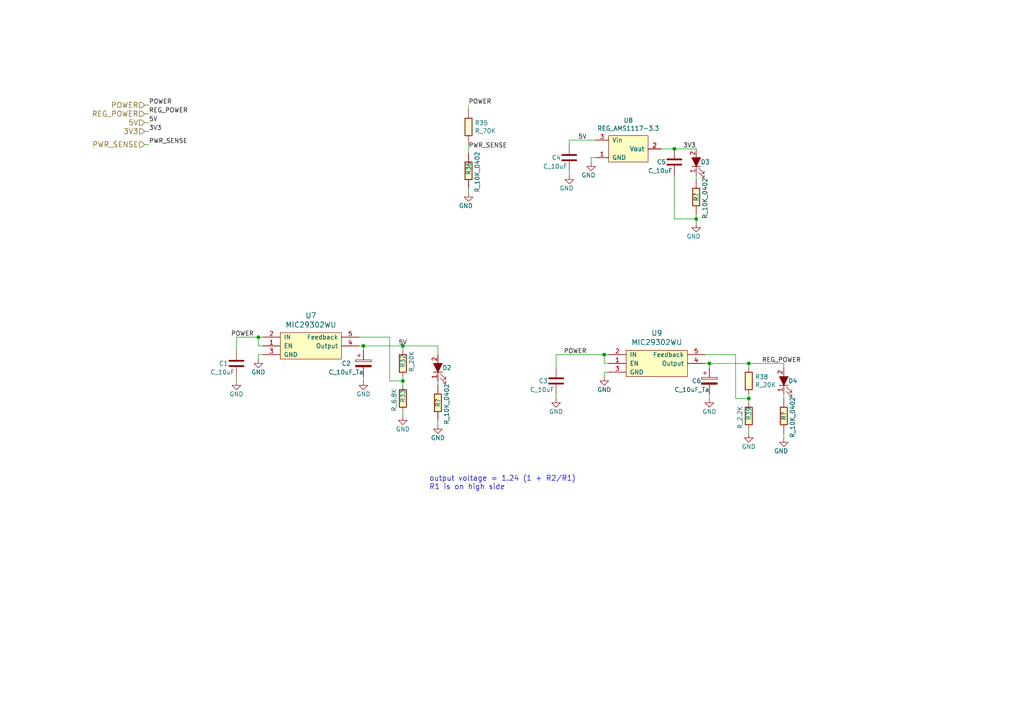
<source format=kicad_sch>
(kicad_sch (version 20211123) (generator eeschema)
  (paper "A4")
  (lib_symbols
    (symbol "Open_Automation:C_10uF" (pin_numbers hide) (pin_names (offset 0.254))
      (property "Reference" "C" (at 0.635 2.54 0))
      (property "Value" "Open_Automation_C_10uF" (at 1.27 -2.54 0))
      (symbol "C_10uF_0_1"
        (polyline (pts (xy -2.032 -0.762) (xy 2.032 -0.762)) (stroke (width 0.508)))
        (polyline (pts (xy -2.032 0.762) (xy 2.032 0.762)) (stroke (width 0.508)))
      )
      (symbol "C_10uF_1_1"
        (pin passive line (at 0 3.81 270) (length 2.794) (name "~") (number "1"))
        (pin passive line (at 0 -3.81 90) (length 2.794) (name "~") (number "2"))
      )
    )
    (symbol "Open_Automation:C_10uF_Ta" (pin_numbers hide) (pin_names (offset 0.254))
      (property "Reference" "C" (at 0.635 2.54 0))
      (property "Value" "Open_Automation_C_10uF_Ta" (at 0.635 -2.54 0))
      (symbol "C_10uF_Ta_0_1"
        (rectangle (start -2.286 0.508) (end 2.286 1.016))
        (polyline (pts (xy -1.778 2.286) (xy -0.762 2.286)))
        (polyline (pts (xy -1.27 2.794) (xy -1.27 1.778)))
        (rectangle (start 2.286 -0.508) (end -2.286 -1.016) (fill (type outline)))
      )
      (symbol "C_10uF_Ta_1_1"
        (pin passive line (at 0 3.81 270) (length 2.794) (name "~") (number "1"))
        (pin passive line (at 0 -3.81 90) (length 2.794) (name "~") (number "2"))
      )
    )
    (symbol "Open_Automation:LED_G" (pin_names (offset 1.016) hide)
      (property "Reference" "D" (at 0 2.54 0))
      (property "Value" "Open_Automation_LED_G" (at 0 -2.54 0))
      (symbol "LED_G_0_1"
        (polyline (pts (xy -1.27 -1.27) (xy -1.27 1.27)) (stroke (width 0.2032)))
        (polyline (pts (xy 1.27 -1.27) (xy 1.27 1.27) (xy -1.27 0) (xy 1.27 -1.27)) (stroke (width 0.2032)) (fill (type outline)))
        (polyline (pts (xy -3.048 -0.762) (xy -4.572 -2.286) (xy -3.81 -2.286) (xy -4.572 -2.286) (xy -4.572 -1.524)))
        (polyline (pts (xy -1.778 -0.762) (xy -3.302 -2.286) (xy -2.54 -2.286) (xy -3.302 -2.286) (xy -3.302 -1.524)))
      )
      (symbol "LED_G_1_1"
        (pin passive line (at -3.81 0 0) (length 2.54) (name "K") (number "1"))
        (pin passive line (at 3.81 0 180) (length 2.54) (name "A") (number "2"))
      )
    )
    (symbol "Open_Automation:MIC29302WU" (pin_names (offset 1.016))
      (property "Reference" "U" (at 7.62 -5.08 0))
      (property "Value" "Open_Automation_MIC29302WU" (at 1.27 5.08 0))
      (symbol "MIC29302WU_0_1"
        (rectangle (start 10.16 3.81) (end -7.62 -3.81) (fill (type background)))
      )
      (symbol "MIC29302WU_1_1"
        (pin input line (at -12.7 0 0) (length 5.08) (name "EN") (number "1"))
        (pin input line (at -12.7 2.54 0) (length 5.08) (name "IN") (number "2"))
        (pin input line (at -12.7 -2.54 0) (length 5.08) (name "GND") (number "3"))
        (pin input line (at 15.24 0 180) (length 5.08) (name "Output") (number "4"))
        (pin input line (at 15.24 2.54 180) (length 5.08) (name "Feedback") (number "5"))
      )
    )
    (symbol "Open_Automation:REG_AMS1117-3.3" (pin_names (offset 1.016))
      (property "Reference" "U1" (at 3.175 -5.08 0))
      (property "Value" "Open_Automation_REG_AMS1117-3.3" (at 0 6.35 0))
      (symbol "REG_AMS1117-3.3_0_1"
        (rectangle (start -6.35 3.81) (end 5.08 -3.81) (fill (type background)))
      )
      (symbol "REG_AMS1117-3.3_1_1"
        (pin open_collector line (at -10.16 -2.54 0) (length 3.81) (name "GND") (number "1"))
        (pin input line (at 8.89 0 180) (length 3.81) (name "Vout") (number "2"))
        (pin input line (at 8.89 0 180) (length 3.81) (name "Vout") (number "2"))
        (pin power_in line (at -10.16 2.54 0) (length 3.81) (name "Vin") (number "3"))
      )
    )
    (symbol "Open_Automation:R_10K_0402" (pin_numbers hide) (pin_names (offset 0))
      (property "Reference" "R" (at 0 0 90))
      (property "Value" "Open_Automation_R_10K_0402" (at -1.905 0 90))
      (symbol "R_10K_0402_0_1"
        (rectangle (start -1.016 -2.54) (end 1.016 2.54) (stroke (width 0.254)) (fill (type background)))
      )
      (symbol "R_10K_0402_1_1"
        (pin passive line (at 0 -5.08 90) (length 2.54) (name "~") (number "1"))
        (pin passive line (at 0 5.08 270) (length 2.54) (name "~") (number "2"))
      )
    )
    (symbol "Open_Automation:R_2.2K" (pin_numbers hide) (pin_names (offset 0))
      (property "Reference" "R" (at 0 0 90))
      (property "Value" "Open_Automation_R_2.2K" (at -1.905 0 90))
      (symbol "R_2.2K_0_1"
        (rectangle (start -1.016 -2.54) (end 1.016 2.54) (stroke (width 0.254)) (fill (type background)))
      )
      (symbol "R_2.2K_1_1"
        (pin passive line (at 0 3.81 270) (length 1.27) (name "~") (number "1"))
        (pin passive line (at 0 -3.81 90) (length 1.27) (name "~") (number "2"))
      )
    )
    (symbol "Open_Automation:R_20K" (pin_numbers hide) (pin_names (offset 0))
      (property "Reference" "R" (at 0 0 90))
      (property "Value" "Open_Automation_R_20K" (at -1.905 0 90))
      (symbol "R_20K_0_1"
        (rectangle (start -1.016 -2.54) (end 1.016 2.54) (stroke (width 0.254)) (fill (type background)))
      )
      (symbol "R_20K_1_1"
        (pin passive line (at 0 3.81 270) (length 1.27) (name "~") (number "1"))
        (pin passive line (at 0 -3.81 90) (length 1.27) (name "~") (number "2"))
      )
    )
    (symbol "Open_Automation:R_6.8K" (pin_numbers hide) (pin_names (offset 0))
      (property "Reference" "R" (at 0 0 90))
      (property "Value" "Open_Automation_R_6.8K" (at -1.905 0 90))
      (symbol "R_6.8K_0_1"
        (rectangle (start -1.016 -2.54) (end 1.016 2.54) (stroke (width 0.254)) (fill (type background)))
      )
      (symbol "R_6.8K_1_1"
        (pin passive line (at 0 3.81 270) (length 1.27) (name "~") (number "1"))
        (pin passive line (at 0 -3.81 90) (length 1.27) (name "~") (number "2"))
      )
    )
    (symbol "Open_Automation:R_70K" (pin_numbers hide) (pin_names (offset 0))
      (property "Reference" "R" (at 0 0 90))
      (property "Value" "Open_Automation_R_70K" (at -1.905 0 90))
      (symbol "R_70K_0_1"
        (rectangle (start -1.016 -2.54) (end 1.016 2.54) (stroke (width 0.254)) (fill (type background)))
      )
      (symbol "R_70K_1_1"
        (pin passive line (at 0 -5.08 90) (length 2.54) (name "~") (number "1"))
        (pin passive line (at 0 5.08 270) (length 2.54) (name "~") (number "2"))
      )
    )
    (symbol "power:GND" (power) (pin_names (offset 0))
      (property "Value" "power_GND" (at 0 -3.81 0))
      (symbol "GND_0_1"
        (polyline (pts (xy 0 0) (xy 0 -1.27) (xy 1.27 -1.27) (xy 0 -2.54) (xy -1.27 -1.27) (xy 0 -1.27)))
      )
      (symbol "GND_1_1"
        (pin power_in line (at 0 0 270) (length 0) hide (name "GND") (number "1"))
      )
    )
  )
  (junction (at 175.26 102.87))
  (junction (at 105.41 100.33))
  (junction (at 116.84 100.33))
  (junction (at 116.84 110.49))
  (junction (at 217.17 115.57))
  (junction (at 74.93 97.79))
  (junction (at 217.17 105.41))
  (junction (at 205.74 105.41))
  (junction (at 195.58 43.18))
  (junction (at 201.93 63.5))
  (wire (pts (xy 195.58 50.8) (xy 195.58 63.5)))
  (wire (pts (xy 171.45 45.72) (xy 172.72 45.72)))
  (wire (pts (xy 105.41 100.33) (xy 104.14 100.33)))
  (wire (pts (xy 113.03 110.49) (xy 116.84 110.49)))
  (wire (pts (xy 74.93 102.87) (xy 76.2 102.87)))
  (wire (pts (xy 116.84 109.22) (xy 116.84 110.49)))
  (wire (pts (xy 201.93 52.07) (xy 201.93 50.8)))
  (wire (pts (xy 217.17 105.41) (xy 227.33 105.41)))
  (wire (pts (xy 127 110.49) (xy 127 111.76)))
  (wire (pts (xy 41.91 35.56) (xy 43.18 35.56)))
  (wire (pts (xy 165.1 50.8) (xy 165.1 49.53)))
  (wire (pts (xy 113.03 97.79) (xy 113.03 110.49)))
  (wire (pts (xy 195.58 43.18) (xy 201.93 43.18)))
  (wire (pts (xy 68.58 97.79) (xy 74.93 97.79)))
  (wire (pts (xy 175.26 107.95) (xy 176.53 107.95)))
  (wire (pts (xy 201.93 63.5) (xy 201.93 64.77)))
  (wire (pts (xy 227.33 114.3) (xy 227.33 115.57)))
  (wire (pts (xy 175.26 105.41) (xy 175.26 102.87)))
  (wire (pts (xy 41.91 41.91) (xy 43.18 41.91)))
  (wire (pts (xy 161.29 102.87) (xy 175.26 102.87)))
  (wire (pts (xy 217.17 115.57) (xy 217.17 116.84)))
  (wire (pts (xy 74.93 100.33) (xy 74.93 97.79)))
  (wire (pts (xy 41.91 33.02) (xy 43.18 33.02)))
  (wire (pts (xy 165.1 41.91) (xy 165.1 40.64)))
  (wire (pts (xy 227.33 125.73) (xy 227.33 127)))
  (wire (pts (xy 76.2 100.33) (xy 74.93 100.33)))
  (wire (pts (xy 127 100.33) (xy 127 102.87)))
  (wire (pts (xy 227.33 105.41) (xy 227.33 106.68)))
  (wire (pts (xy 74.93 97.79) (xy 76.2 97.79)))
  (wire (pts (xy 213.36 102.87) (xy 213.36 115.57)))
  (wire (pts (xy 116.84 110.49) (xy 116.84 111.76)))
  (wire (pts (xy 41.91 30.48) (xy 43.18 30.48)))
  (wire (pts (xy 191.77 43.18) (xy 195.58 43.18)))
  (wire (pts (xy 105.41 110.49) (xy 105.41 109.22)))
  (wire (pts (xy 217.17 125.73) (xy 217.17 124.46)))
  (wire (pts (xy 127 100.33) (xy 116.84 100.33)))
  (wire (pts (xy 68.58 101.6) (xy 68.58 97.79)))
  (wire (pts (xy 68.58 109.22) (xy 68.58 110.49)))
  (wire (pts (xy 176.53 105.41) (xy 175.26 105.41)))
  (wire (pts (xy 217.17 105.41) (xy 217.17 106.68)))
  (wire (pts (xy 205.74 115.57) (xy 205.74 114.3)))
  (wire (pts (xy 74.93 104.14) (xy 74.93 102.87)))
  (wire (pts (xy 205.74 106.68) (xy 205.74 105.41)))
  (wire (pts (xy 205.74 105.41) (xy 217.17 105.41)))
  (wire (pts (xy 213.36 115.57) (xy 217.17 115.57)))
  (wire (pts (xy 171.45 46.99) (xy 171.45 45.72)))
  (wire (pts (xy 127 121.92) (xy 127 123.19)))
  (wire (pts (xy 116.84 100.33) (xy 116.84 101.6)))
  (wire (pts (xy 161.29 106.68) (xy 161.29 102.87)))
  (wire (pts (xy 41.91 38.1) (xy 43.18 38.1)))
  (wire (pts (xy 135.89 41.91) (xy 135.89 44.45)))
  (wire (pts (xy 205.74 105.41) (xy 204.47 105.41)))
  (wire (pts (xy 105.41 101.6) (xy 105.41 100.33)))
  (wire (pts (xy 201.93 62.23) (xy 201.93 63.5)))
  (wire (pts (xy 105.41 100.33) (xy 116.84 100.33)))
  (wire (pts (xy 116.84 120.65) (xy 116.84 119.38)))
  (wire (pts (xy 175.26 102.87) (xy 176.53 102.87)))
  (wire (pts (xy 135.89 30.48) (xy 135.89 31.75)))
  (wire (pts (xy 165.1 40.64) (xy 172.72 40.64)))
  (wire (pts (xy 217.17 114.3) (xy 217.17 115.57)))
  (wire (pts (xy 135.89 55.88) (xy 135.89 54.61)))
  (wire (pts (xy 161.29 114.3) (xy 161.29 115.57)))
  (wire (pts (xy 204.47 102.87) (xy 213.36 102.87)))
  (wire (pts (xy 201.93 63.5) (xy 195.58 63.5)))
  (wire (pts (xy 175.26 109.22) (xy 175.26 107.95)))
  (wire (pts (xy 104.14 97.79) (xy 113.03 97.79)))
  (text "output voltage = 1.24 (1 + R2{slash}R1)\nR1 is on high side" (at 124.46 142.24 0) (effects (font (size 1.524 1.524)) (justify left bottom)))
  (label "POWER" (at 135.89 30.48 0))
  (label "POWER" (at 43.18 30.48 0))
  (label "3V3" (at 198.12 43.18 0))
  (label "3V3" (at 43.18 38.1 0))
  (label "5V" (at 115.57 100.33 0))
  (label "POWER" (at 73.66 97.79 180))
  (label "5V" (at 170.18 40.64 180))
  (label "PWR_SENSE" (at 43.18 41.91 0))
  (label "REG_POWER" (at 220.98 105.41 0))
  (label "PWR_SENSE" (at 135.89 43.18 0))
  (label "REG_POWER" (at 43.18 33.02 0))
  (label "POWER" (at 170.18 102.87 180))
  (label "5V" (at 43.18 35.56 0))
  (hierarchical_label "PWR_SENSE" (shape input) (at 41.91 41.91 180) (effects (font (size 1.524 1.524))))
  (hierarchical_label "5V" (shape input) (at 41.91 35.56 180) (effects (font (size 1.524 1.524))))
  (hierarchical_label "POWER" (shape input) (at 41.91 30.48 180) (effects (font (size 1.524 1.524))))
  (hierarchical_label "REG_POWER" (shape input) (at 41.91 33.02 180) (effects (font (size 1.524 1.524))))
  (hierarchical_label "3V3" (shape input) (at 41.91 38.1 180) (effects (font (size 1.524 1.524))))
  (symbol (lib_id "Open_Automation:MIC29302WU") (at 88.9 100.33 0) (unit 1)
    (property "Reference" "U7" (at 90.17 91.5162 0) (effects (font (size 1.524 1.524))))
    (property "Value" "MIC29302WU" (at 90.17 94.2086 0) (effects (font (size 1.524 1.524))))
    (property "Footprint" "Package_TO_SOT_SMD:TO-263-5_TabPin3" (effects hide))
    (property "Datasheet" "https://datasheet.lcsc.com/szlcsc/Microchip-Tech-MIC29302WU_C11149.pdf" (effects hide))
    (property "Part Number" "MIC29302WU-TR" (effects hide))
    (property "LCSC" "C11149" (effects hide))
  )
  (symbol (lib_id "power:GND") (at 135.89 55.88 0) (unit 1)
    (property "Reference" "#PWR066" (effects hide))
    (property "Value" "GND" (at 137.16 59.69 0) (effects (justify right)))
  )
  (symbol (lib_id "power:GND") (at 165.1 50.8 0) (unit 1)
    (property "Reference" "#PWR068" (effects hide))
    (property "Value" "GND" (at 166.37 54.61 0) (effects (justify right)))
  )
  (symbol (lib_id "power:GND") (at 171.45 46.99 0) (unit 1)
    (property "Reference" "#PWR069" (effects hide))
    (property "Value" "GND" (at 172.72 50.8 0) (effects (justify right)))
  )
  (symbol (lib_id "Open_Automation:C_10uF") (at 195.58 46.99 0) (unit 1)
    (property "Reference" "C5" (at 190.5 46.99 0) (effects (justify left)))
    (property "Value" "C_10uF" (at 187.96 49.53 0) (effects (justify left)))
    (property "Footprint" "Capacitor_SMD:C_0603_1608Metric_Pad1.08x0.95mm_HandSolder" (effects hide))
    (property "Datasheet" "https://datasheet.lcsc.com/szlcsc/Samsung-Electro-Mechanics-CL10A106MA8NRNC_C96446.pdf" (effects hide))
    (property "Part Number" "CL10A106MA8NRNC" (effects hide))
    (property "LCSC" "C96446" (effects hide))
  )
  (symbol (lib_id "Open_Automation:MIC29302WU") (at 189.23 105.41 0) (unit 1)
    (property "Reference" "U9" (at 190.5 96.5962 0) (effects (font (size 1.524 1.524))))
    (property "Value" "MIC29302WU" (at 190.5 99.2886 0) (effects (font (size 1.524 1.524))))
    (property "Footprint" "Package_TO_SOT_SMD:TO-263-5_TabPin3" (effects hide))
    (property "Datasheet" "https://datasheet.lcsc.com/szlcsc/Microchip-Tech-MIC29302WU_C11149.pdf" (effects hide))
    (property "Part Number" "MIC29302WU-TR" (effects hide))
    (property "LCSC" "C11149" (effects hide))
  )
  (symbol (lib_id "Open_Automation:C_10uF_Ta") (at 205.74 110.49 0) (unit 1)
    (property "Reference" "C6" (at 200.66 110.49 0) (effects (justify left)))
    (property "Value" "C_10uF_Ta" (at 195.58 113.03 0) (effects (justify left)))
    (property "Footprint" "Capacitor_Tantalum_SMD:CP_EIA-6032-15_Kemet-U_Pad2.25x2.35mm_HandSolder" (effects hide))
    (property "Datasheet" "https://datasheet.lcsc.com/szlcsc/KEMET-T491C106K025AT_C116748.pdf" (effects hide))
    (property "Part Number" "T491C106K025AT" (effects hide))
    (property "LCSC" "C116748" (effects hide))
  )
  (symbol (lib_id "Open_Automation:C_10uF_Ta") (at 105.41 105.41 0) (unit 1)
    (property "Reference" "C2" (at 99.06 105.41 0) (effects (justify left)))
    (property "Value" "C_10uF_Ta" (at 95.25 107.95 0) (effects (justify left)))
    (property "Footprint" "Capacitor_Tantalum_SMD:CP_EIA-6032-15_Kemet-U_Pad2.25x2.35mm_HandSolder" (effects hide))
    (property "Datasheet" "https://datasheet.lcsc.com/szlcsc/KEMET-T491C106K025AT_C116748.pdf" (effects hide))
    (property "Part Number" "T491C106K025AT" (effects hide))
    (property "LCSC" "C116748" (effects hide))
  )
  (symbol (lib_id "power:GND") (at 201.93 64.77 0) (unit 1)
    (property "Reference" "#PWR071" (effects hide))
    (property "Value" "GND" (at 203.2 68.58 0) (effects (justify right)))
  )
  (symbol (lib_id "power:GND") (at 227.33 127 0) (unit 1)
    (property "Reference" "#PWR074" (effects hide))
    (property "Value" "GND" (at 228.6 130.81 0) (effects (justify right)))
  )
  (symbol (lib_id "Open_Automation:LED_G") (at 227.33 110.49 90) (unit 1)
    (property "Reference" "D4" (at 228.6 110.49 90) (effects (justify right)))
    (property "Value" "LED_G" (effects hide))
    (property "Footprint" "LED_SMD:LED_0603_1608Metric_Pad1.05x0.95mm_HandSolder" (effects hide))
    (property "Datasheet" "https://datasheet.lcsc.com/szlcsc/Everlight-Elec-19-217-BHC-ZL1M2RY-3T_C72041.pdf" (effects hide))
    (property "Part Number" "19-217/BHC-ZL1M2RY/3T" (effects hide))
    (property "LCSC" "C72041" (effects hide))
  )
  (symbol (lib_id "Open_Automation:LED_G") (at 127 106.68 90) (unit 1)
    (property "Reference" "D2" (at 128.27 106.68 90) (effects (justify right)))
    (property "Value" "LED_G" (effects hide))
    (property "Footprint" "LED_SMD:LED_0603_1608Metric_Pad1.05x0.95mm_HandSolder" (effects hide))
    (property "Datasheet" "https://datasheet.lcsc.com/szlcsc/Everlight-Elec-19-217-BHC-ZL1M2RY-3T_C72041.pdf" (effects hide))
    (property "Part Number" "19-217/BHC-ZL1M2RY/3T" (effects hide))
    (property "LCSC" "C72041" (effects hide))
  )
  (symbol (lib_id "Open_Automation:C_10uF") (at 165.1 45.72 0) (unit 1)
    (property "Reference" "C4" (at 160.02 45.72 0) (effects (justify left)))
    (property "Value" "C_10uF" (at 157.48 48.26 0) (effects (justify left)))
    (property "Footprint" "Capacitor_SMD:C_0603_1608Metric_Pad1.08x0.95mm_HandSolder" (effects hide))
    (property "Datasheet" "https://datasheet.lcsc.com/szlcsc/Samsung-Electro-Mechanics-CL10A106MA8NRNC_C96446.pdf" (effects hide))
    (property "Part Number" "CL10A106MA8NRNC" (effects hide))
    (property "LCSC" "C96446" (effects hide))
  )
  (symbol (lib_id "Open_Automation:C_10uF") (at 68.58 105.41 0) (unit 1)
    (property "Reference" "C1" (at 63.5 105.41 0) (effects (justify left)))
    (property "Value" "C_10uF" (at 60.96 107.95 0) (effects (justify left)))
    (property "Footprint" "Capacitor_SMD:C_0603_1608Metric_Pad1.08x0.95mm_HandSolder" (effects hide))
    (property "Datasheet" "https://datasheet.lcsc.com/szlcsc/Samsung-Electro-Mechanics-CL10A106MA8NRNC_C96446.pdf" (effects hide))
    (property "Part Number" "CL10A106MA8NRNC" (effects hide))
    (property "LCSC" "C96446" (effects hide))
  )
  (symbol (lib_id "Open_Automation:C_10uF") (at 161.29 110.49 0) (unit 1)
    (property "Reference" "C3" (at 156.21 110.49 0) (effects (justify left)))
    (property "Value" "C_10uF" (at 153.67 113.03 0) (effects (justify left)))
    (property "Footprint" "Capacitor_SMD:C_0603_1608Metric_Pad1.08x0.95mm_HandSolder" (effects hide))
    (property "Datasheet" "https://datasheet.lcsc.com/szlcsc/Samsung-Electro-Mechanics-CL10A106MA8NRNC_C96446.pdf" (effects hide))
    (property "Part Number" "CL10A106MA8NRNC" (effects hide))
    (property "LCSC" "C96446" (effects hide))
  )
  (symbol (lib_id "power:GND") (at 105.41 110.49 0) (unit 1)
    (property "Reference" "#PWR063" (effects hide))
    (property "Value" "GND" (at 105.41 114.3 0))
  )
  (symbol (lib_id "power:GND") (at 116.84 120.65 0) (unit 1)
    (property "Reference" "#PWR064" (effects hide))
    (property "Value" "GND" (at 116.84 124.46 0))
  )
  (symbol (lib_id "power:GND") (at 217.17 125.73 0) (unit 1)
    (property "Reference" "#PWR073" (effects hide))
    (property "Value" "GND" (at 217.17 129.54 0))
  )
  (symbol (lib_id "power:GND") (at 175.26 109.22 0) (unit 1)
    (property "Reference" "#PWR070" (effects hide))
    (property "Value" "GND" (at 175.26 113.03 0))
  )
  (symbol (lib_id "power:GND") (at 68.58 110.49 0) (unit 1)
    (property "Reference" "#PWR061" (effects hide))
    (property "Value" "GND" (at 68.58 114.3 0))
  )
  (symbol (lib_id "power:GND") (at 74.93 104.14 0) (unit 1)
    (property "Reference" "#PWR062" (effects hide))
    (property "Value" "GND" (at 74.93 107.95 0))
  )
  (symbol (lib_id "power:GND") (at 127 123.19 0) (unit 1)
    (property "Reference" "#PWR065" (effects hide))
    (property "Value" "GND" (at 127 127 0))
  )
  (symbol (lib_id "power:GND") (at 161.29 115.57 0) (unit 1)
    (property "Reference" "#PWR067" (effects hide))
    (property "Value" "GND" (at 161.29 119.38 0))
  )
  (symbol (lib_id "power:GND") (at 205.74 115.57 0) (unit 1)
    (property "Reference" "#PWR072" (effects hide))
    (property "Value" "GND" (at 205.74 119.38 0))
  )
  (symbol (lib_id "Open_Automation:R_70K") (at 135.89 36.83 0) (unit 1)
    (property "Reference" "R35" (at 137.668 35.6616 0) (effects (justify left)))
    (property "Value" "R_70K" (at 137.668 37.973 0) (effects (justify left)))
    (property "Footprint" "Resistor_SMD:R_0603_1608Metric_Pad0.98x0.95mm_HandSolder" (effects hide))
    (property "Datasheet" "https://datasheet.lcsc.com/szlcsc/Uniroyal-Elec-0603WAF4703T5E_C23178.pdf" (effects hide))
    (property "Part Number" "0603WAF4703T5E" (effects hide))
    (property "LCSC" "C23178" (effects hide))
  )
  (symbol (lib_id "Open_Automation:R_2.2K") (at 217.17 120.65 0) (unit 1)
    (property "Reference" "R39" (at 217.17 121.92 90) (effects (justify left)))
    (property "Value" "R_2.2K" (at 214.63 124.46 90) (effects (justify left)))
    (property "Footprint" "Resistor_SMD:R_0402_1005Metric_Pad0.72x0.64mm_HandSolder" (effects hide))
    (property "Datasheet" "https://datasheet.lcsc.com/szlcsc/Uniroyal-Elec-0402WGF2201TCE_C25879.pdf" (effects hide))
    (property "LCSC" "C4190" (effects hide))
  )
  (symbol (lib_id "Open_Automation:R_20K") (at 217.17 110.49 0) (unit 1)
    (property "Reference" "R38" (at 218.948 109.3216 0) (effects (justify left)))
    (property "Value" "R_20K" (at 218.948 111.633 0) (effects (justify left)))
    (property "Footprint" "Resistor_SMD:R_0402_1005Metric_Pad0.72x0.64mm_HandSolder" (effects hide))
    (property "Datasheet" "https://datasheet.lcsc.com/szlcsc/Uniroyal-Elec-0402WGF2002TCE_C25765.pdf" (effects hide))
    (property "Part Number" "0402WGF2002TCE" (effects hide))
    (property "LCSC" "C25765" (effects hide))
  )
  (symbol (lib_id "Open_Automation:R_20K") (at 116.84 105.41 0) (unit 1)
    (property "Reference" "R32" (at 116.84 106.68 90) (effects (justify left)))
    (property "Value" "R_20K" (at 119.38 107.95 90) (effects (justify left)))
    (property "Footprint" "Resistor_SMD:R_0402_1005Metric_Pad0.72x0.64mm_HandSolder" (effects hide))
    (property "Datasheet" "https://datasheet.lcsc.com/szlcsc/Uniroyal-Elec-0402WGF2002TCE_C25765.pdf" (effects hide))
    (property "Part Number" "0402WGF2002TCE" (effects hide))
    (property "LCSC" "C25765" (effects hide))
  )
  (symbol (lib_id "Open_Automation:R_10K_0402") (at 135.89 49.53 0) (unit 1)
    (property "Reference" "R36" (at 135.89 50.8 90) (effects (justify left)))
    (property "Value" "R_10K_0402" (at 138.43 55.88 90) (effects (justify left)))
    (property "Footprint" "Resistor_SMD:R_0402_1005Metric_Pad0.72x0.64mm_HandSolder" (effects hide))
    (property "Datasheet" "https://datasheet.lcsc.com/szlcsc/Uniroyal-Elec-0402WGF1002TCE_C25744.pdf" (effects hide))
    (property "Part Number" "0402WGF1002TCE" (effects hide))
    (property "LCSC" "C25744" (effects hide))
  )
  (symbol (lib_id "Open_Automation:REG_AMS1117-3.3") (at 182.88 43.18 0) (unit 1)
    (property "Reference" "U8" (at 182.245 34.925 0))
    (property "Value" "REG_AMS1117-3.3" (at 182.245 37.2364 0))
    (property "Footprint" "Package_TO_SOT_SMD:SOT-223-3_TabPin2" (effects hide))
    (property "Datasheet" "https://datasheet.lcsc.com/szlcsc/1811201117_Advanced-Monolithic-Systems-AMS-AMS1117-3-3_C6186.pdf" (effects hide))
    (property "Part Number" "AMS1117-3.3" (effects hide))
    (property "LCSC" "C6186" (effects hide))
  )
  (symbol (lib_id "Open_Automation:LED_G") (at 201.93 46.99 90) (unit 1)
    (property "Reference" "D3" (at 203.2 46.99 90) (effects (justify right)))
    (property "Value" "LED_G" (effects hide))
    (property "Footprint" "LED_SMD:LED_0603_1608Metric_Pad1.05x0.95mm_HandSolder" (effects hide))
    (property "Datasheet" "https://datasheet.lcsc.com/szlcsc/Everlight-Elec-19-217-BHC-ZL1M2RY-3T_C72041.pdf" (effects hide))
    (property "Part Number" "19-217/BHC-ZL1M2RY/3T" (effects hide))
    (property "LCSC" "C72041" (effects hide))
  )
  (symbol (lib_id "Open_Automation:R_6.8K") (at 116.84 115.57 0) (unit 1)
    (property "Reference" "R33" (at 116.84 116.84 90) (effects (justify left)))
    (property "Value" "R_6.8K" (at 114.3 119.38 90) (effects (justify left)))
    (property "Footprint" "Resistor_SMD:R_0603_1608Metric_Pad0.98x0.95mm_HandSolder" (effects hide))
    (property "Datasheet" "https://datasheet.lcsc.com/szlcsc/Uniroyal-Elec-0603WAF6801T5E_C23212.pdf" (effects hide))
    (property "Part Number" "0603WAF6801T5E" (effects hide))
    (property "LCSC" "C23212" (effects hide))
  )
  (symbol (lib_id "Open_Automation:R_10K_0402") (at 127 116.84 0) (unit 1)
    (property "Reference" "R?" (at 127 118.11 90) (effects (justify left)))
    (property "Value" "R_10K_0402" (at 129.54 123.19 90) (effects (justify left)))
    (property "Footprint" "Resistor_SMD:R_0402_1005Metric_Pad0.72x0.64mm_HandSolder" (effects hide))
    (property "Datasheet" "https://datasheet.lcsc.com/szlcsc/Uniroyal-Elec-0402WGF1002TCE_C25744.pdf" (effects hide))
    (property "Part Number" "0402WGF1002TCE" (effects hide))
    (property "LCSC" "C25744" (effects hide))
  )
  (symbol (lib_id "Open_Automation:R_10K_0402") (at 227.33 120.65 0) (unit 1)
    (property "Reference" "R?" (at 227.33 121.92 90) (effects (justify left)))
    (property "Value" "R_10K_0402" (at 229.87 127 90) (effects (justify left)))
    (property "Footprint" "Resistor_SMD:R_0402_1005Metric_Pad0.72x0.64mm_HandSolder" (effects hide))
    (property "Datasheet" "https://datasheet.lcsc.com/szlcsc/Uniroyal-Elec-0402WGF1002TCE_C25744.pdf" (effects hide))
    (property "Part Number" "0402WGF1002TCE" (effects hide))
    (property "LCSC" "C25744" (effects hide))
  )
  (symbol (lib_id "Open_Automation:R_10K_0402") (at 201.93 57.15 0) (unit 1)
    (property "Reference" "R?" (at 201.93 58.42 90) (effects (justify left)))
    (property "Value" "R_10K_0402" (at 204.47 63.5 90) (effects (justify left)))
    (property "Footprint" "Resistor_SMD:R_0402_1005Metric_Pad0.72x0.64mm_HandSolder" (effects hide))
    (property "Datasheet" "https://datasheet.lcsc.com/szlcsc/Uniroyal-Elec-0402WGF1002TCE_C25744.pdf" (effects hide))
    (property "Part Number" "0402WGF1002TCE" (effects hide))
    (property "LCSC" "C25744" (effects hide))
  )
)
</source>
